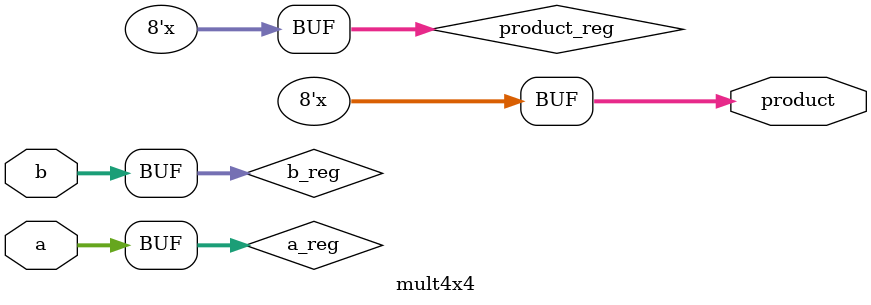
<source format=v>
module mult4x4(a,b,product); 

input[3:0] a;
input[3:0] b; 
output[7:0] product; 

reg[3:0] a_reg; 
reg[3:0] b_reg; 
reg[7:0] product_reg; 
 
always @(*) 
 begin
 a_reg <= a;
 b_reg <= b;
 product_reg <= $signed(a_reg) * $signed(b_reg);
 end 
assign product = product_reg;
endmodule 

</source>
